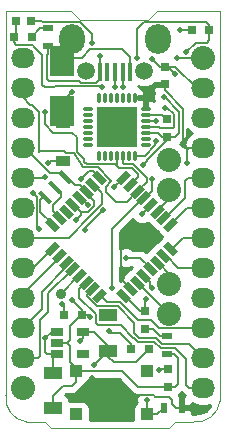
<source format=gtl>
G04 #@! TF.FileFunction,Copper,L1,Top,Signal*
%FSLAX46Y46*%
G04 Gerber Fmt 4.6, Leading zero omitted, Abs format (unit mm)*
G04 Created by KiCad (PCBNEW 4.0.1-stable) date 01-Oct-16 1:06:19 PM*
%MOMM*%
G01*
G04 APERTURE LIST*
%ADD10C,0.150000*%
%ADD11C,0.100000*%
%ADD12C,2.032000*%
%ADD13O,2.032000X2.032000*%
%ADD14R,1.220000X0.910000*%
%ADD15R,0.800000X0.800000*%
%ADD16O,0.850000X0.300000*%
%ADD17O,0.300000X0.850000*%
%ADD18R,1.675000X1.675000*%
%ADD19R,0.750000X0.800000*%
%ADD20R,0.800000X0.750000*%
%ADD21R,1.600000X1.000000*%
%ADD22R,0.797560X0.797560*%
%ADD23R,1.060000X0.650000*%
%ADD24R,0.500000X0.900000*%
%ADD25R,0.900000X0.500000*%
%ADD26R,1.000760X1.000760*%
%ADD27R,0.400000X1.600000*%
%ADD28C,1.500000*%
%ADD29O,2.200000X2.500000*%
%ADD30O,2.032000X1.727200*%
%ADD31R,2.029460X2.651760*%
%ADD32C,0.500000*%
%ADD33C,0.889000*%
%ADD34C,0.130000*%
%ADD35C,0.161000*%
%ADD36C,0.254000*%
G04 APERTURE END LIST*
D10*
D11*
X169748200Y-123545600D02*
X169748200Y-90500200D01*
X151648400Y-123076200D02*
G75*
G03X153398400Y-125326200I2000000J-250000D01*
G01*
X154923800Y-125326200D02*
X153423800Y-125326200D01*
X155423800Y-125826200D02*
X154923800Y-125326200D01*
X165449200Y-125826200D02*
X155449200Y-125826200D01*
X165974600Y-125326200D02*
X165474600Y-125826200D01*
X167474600Y-125326200D02*
X165974600Y-125326200D01*
X151650700Y-90487500D02*
X151650700Y-123075700D01*
X151648400Y-90500000D02*
X157148400Y-90500000D01*
X157173800Y-90500000D02*
X157923800Y-91250000D01*
X164449200Y-90500000D02*
X163699200Y-91250000D01*
X164439600Y-90500200D02*
X169748200Y-90500200D01*
X163699200Y-91250000D02*
X157949200Y-91250000D01*
X167500000Y-125326200D02*
G75*
G03X169750000Y-123576200I250000J2000000D01*
G01*
D12*
X165455600Y-116154200D03*
D13*
X165455600Y-113614200D03*
D14*
X156489400Y-99990400D03*
X156489400Y-103260400D03*
D12*
X165455600Y-105689400D03*
D13*
X165455600Y-103149400D03*
D15*
X153746200Y-91338400D03*
X152496200Y-91338400D03*
D10*
G36*
X158942499Y-104429165D02*
X159366763Y-104004901D01*
X160215291Y-104853429D01*
X159791027Y-105277693D01*
X158942499Y-104429165D01*
X158942499Y-104429165D01*
G37*
G36*
X158376814Y-104994851D02*
X158801078Y-104570587D01*
X159649606Y-105419115D01*
X159225342Y-105843379D01*
X158376814Y-104994851D01*
X158376814Y-104994851D01*
G37*
G36*
X157811128Y-105560536D02*
X158235392Y-105136272D01*
X159083920Y-105984800D01*
X158659656Y-106409064D01*
X157811128Y-105560536D01*
X157811128Y-105560536D01*
G37*
G36*
X157245443Y-106126221D02*
X157669707Y-105701957D01*
X158518235Y-106550485D01*
X158093971Y-106974749D01*
X157245443Y-106126221D01*
X157245443Y-106126221D01*
G37*
G36*
X156679757Y-106691907D02*
X157104021Y-106267643D01*
X157952549Y-107116171D01*
X157528285Y-107540435D01*
X156679757Y-106691907D01*
X156679757Y-106691907D01*
G37*
G36*
X156114072Y-107257592D02*
X156538336Y-106833328D01*
X157386864Y-107681856D01*
X156962600Y-108106120D01*
X156114072Y-107257592D01*
X156114072Y-107257592D01*
G37*
G36*
X155548387Y-107823278D02*
X155972651Y-107399014D01*
X156821179Y-108247542D01*
X156396915Y-108671806D01*
X155548387Y-107823278D01*
X155548387Y-107823278D01*
G37*
G36*
X154982701Y-108388963D02*
X155406965Y-107964699D01*
X156255493Y-108813227D01*
X155831229Y-109237491D01*
X154982701Y-108388963D01*
X154982701Y-108388963D01*
G37*
G36*
X155406965Y-111288101D02*
X154982701Y-110863837D01*
X155831229Y-110015309D01*
X156255493Y-110439573D01*
X155406965Y-111288101D01*
X155406965Y-111288101D01*
G37*
G36*
X155972651Y-111853786D02*
X155548387Y-111429522D01*
X156396915Y-110580994D01*
X156821179Y-111005258D01*
X155972651Y-111853786D01*
X155972651Y-111853786D01*
G37*
G36*
X156538336Y-112419472D02*
X156114072Y-111995208D01*
X156962600Y-111146680D01*
X157386864Y-111570944D01*
X156538336Y-112419472D01*
X156538336Y-112419472D01*
G37*
G36*
X157104021Y-112985157D02*
X156679757Y-112560893D01*
X157528285Y-111712365D01*
X157952549Y-112136629D01*
X157104021Y-112985157D01*
X157104021Y-112985157D01*
G37*
G36*
X157669707Y-113550843D02*
X157245443Y-113126579D01*
X158093971Y-112278051D01*
X158518235Y-112702315D01*
X157669707Y-113550843D01*
X157669707Y-113550843D01*
G37*
G36*
X158235392Y-114116528D02*
X157811128Y-113692264D01*
X158659656Y-112843736D01*
X159083920Y-113268000D01*
X158235392Y-114116528D01*
X158235392Y-114116528D01*
G37*
G36*
X158801078Y-114682213D02*
X158376814Y-114257949D01*
X159225342Y-113409421D01*
X159649606Y-113833685D01*
X158801078Y-114682213D01*
X158801078Y-114682213D01*
G37*
G36*
X159366763Y-115247899D02*
X158942499Y-114823635D01*
X159791027Y-113975107D01*
X160215291Y-114399371D01*
X159366763Y-115247899D01*
X159366763Y-115247899D01*
G37*
G36*
X160993109Y-114399371D02*
X161417373Y-113975107D01*
X162265901Y-114823635D01*
X161841637Y-115247899D01*
X160993109Y-114399371D01*
X160993109Y-114399371D01*
G37*
G36*
X161558794Y-113833685D02*
X161983058Y-113409421D01*
X162831586Y-114257949D01*
X162407322Y-114682213D01*
X161558794Y-113833685D01*
X161558794Y-113833685D01*
G37*
G36*
X162124480Y-113268000D02*
X162548744Y-112843736D01*
X163397272Y-113692264D01*
X162973008Y-114116528D01*
X162124480Y-113268000D01*
X162124480Y-113268000D01*
G37*
G36*
X162690165Y-112702315D02*
X163114429Y-112278051D01*
X163962957Y-113126579D01*
X163538693Y-113550843D01*
X162690165Y-112702315D01*
X162690165Y-112702315D01*
G37*
G36*
X163255851Y-112136629D02*
X163680115Y-111712365D01*
X164528643Y-112560893D01*
X164104379Y-112985157D01*
X163255851Y-112136629D01*
X163255851Y-112136629D01*
G37*
G36*
X163821536Y-111570944D02*
X164245800Y-111146680D01*
X165094328Y-111995208D01*
X164670064Y-112419472D01*
X163821536Y-111570944D01*
X163821536Y-111570944D01*
G37*
G36*
X164387221Y-111005258D02*
X164811485Y-110580994D01*
X165660013Y-111429522D01*
X165235749Y-111853786D01*
X164387221Y-111005258D01*
X164387221Y-111005258D01*
G37*
G36*
X164952907Y-110439573D02*
X165377171Y-110015309D01*
X166225699Y-110863837D01*
X165801435Y-111288101D01*
X164952907Y-110439573D01*
X164952907Y-110439573D01*
G37*
G36*
X165377171Y-109237491D02*
X164952907Y-108813227D01*
X165801435Y-107964699D01*
X166225699Y-108388963D01*
X165377171Y-109237491D01*
X165377171Y-109237491D01*
G37*
G36*
X164811485Y-108671806D02*
X164387221Y-108247542D01*
X165235749Y-107399014D01*
X165660013Y-107823278D01*
X164811485Y-108671806D01*
X164811485Y-108671806D01*
G37*
G36*
X164245800Y-108106120D02*
X163821536Y-107681856D01*
X164670064Y-106833328D01*
X165094328Y-107257592D01*
X164245800Y-108106120D01*
X164245800Y-108106120D01*
G37*
G36*
X163680115Y-107540435D02*
X163255851Y-107116171D01*
X164104379Y-106267643D01*
X164528643Y-106691907D01*
X163680115Y-107540435D01*
X163680115Y-107540435D01*
G37*
G36*
X163114429Y-106974749D02*
X162690165Y-106550485D01*
X163538693Y-105701957D01*
X163962957Y-106126221D01*
X163114429Y-106974749D01*
X163114429Y-106974749D01*
G37*
G36*
X162548744Y-106409064D02*
X162124480Y-105984800D01*
X162973008Y-105136272D01*
X163397272Y-105560536D01*
X162548744Y-106409064D01*
X162548744Y-106409064D01*
G37*
G36*
X161983058Y-105843379D02*
X161558794Y-105419115D01*
X162407322Y-104570587D01*
X162831586Y-104994851D01*
X161983058Y-105843379D01*
X161983058Y-105843379D01*
G37*
G36*
X161417373Y-105277693D02*
X160993109Y-104853429D01*
X161841637Y-104004901D01*
X162265901Y-104429165D01*
X161417373Y-105277693D01*
X161417373Y-105277693D01*
G37*
D16*
X163486000Y-101830000D03*
X163486000Y-101330000D03*
X163486000Y-100830000D03*
X163486000Y-100330000D03*
X163486000Y-99830000D03*
X163486000Y-99330000D03*
X163486000Y-98830000D03*
D17*
X162536000Y-97880000D03*
X162036000Y-97880000D03*
X161536000Y-97880000D03*
X161036000Y-97880000D03*
X160536000Y-97880000D03*
X160036000Y-97880000D03*
X159536000Y-97880000D03*
D16*
X158586000Y-98830000D03*
X158586000Y-99330000D03*
X158586000Y-99830000D03*
X158586000Y-100330000D03*
X158586000Y-100830000D03*
X158586000Y-101330000D03*
X158586000Y-101830000D03*
D17*
X159536000Y-102780000D03*
X160036000Y-102780000D03*
X160536000Y-102780000D03*
X161036000Y-102780000D03*
X161536000Y-102780000D03*
X162036000Y-102780000D03*
X162536000Y-102780000D03*
D18*
X160198500Y-99492500D03*
X160198500Y-101167500D03*
X161873500Y-99492500D03*
X161873500Y-101167500D03*
D19*
X165125400Y-96736600D03*
X165125400Y-95236600D03*
X165328600Y-120865200D03*
X165328600Y-122365200D03*
D20*
X162216400Y-119126000D03*
X163716400Y-119126000D03*
D19*
X165277800Y-99707000D03*
X165277800Y-101207000D03*
D20*
X168872600Y-92125800D03*
X167372600Y-92125800D03*
D21*
X155600400Y-121156600D03*
X155600400Y-124156600D03*
X160324800Y-119305200D03*
X160324800Y-116305200D03*
D20*
X156552200Y-116230400D03*
X158052200Y-116230400D03*
D22*
X163423600Y-115963700D03*
X163423600Y-117462300D03*
X152336500Y-92710000D03*
X153835100Y-92710000D03*
D23*
X155973600Y-117668000D03*
X155973600Y-118618000D03*
X155973600Y-119568000D03*
X158173600Y-119568000D03*
X158173600Y-117668000D03*
D24*
X166535800Y-124104400D03*
X165035800Y-124104400D03*
D25*
X165303200Y-119545800D03*
X165303200Y-118045800D03*
X155194000Y-91985400D03*
X155194000Y-93485400D03*
D26*
X157579060Y-120985280D03*
X163578540Y-124683520D03*
X157579060Y-124683520D03*
X163578540Y-120985280D03*
D27*
X162175000Y-95675000D03*
X161525000Y-95675000D03*
X160875000Y-95675000D03*
X160225000Y-95675000D03*
X159575000Y-95675000D03*
D28*
X163300000Y-95575000D03*
D29*
X164500000Y-92925000D03*
D28*
X158450000Y-95575000D03*
D29*
X157250000Y-92925000D03*
D10*
G36*
X155289365Y-106875664D02*
X154370126Y-105956425D01*
X154652969Y-105673582D01*
X155572208Y-106592821D01*
X155289365Y-106875664D01*
X155289365Y-106875664D01*
G37*
G36*
X156137893Y-106027136D02*
X155218654Y-105107897D01*
X155501497Y-104825054D01*
X156420736Y-105744293D01*
X156137893Y-106027136D01*
X156137893Y-106027136D01*
G37*
G36*
X156986421Y-105178608D02*
X156067182Y-104259369D01*
X156350025Y-103976526D01*
X157269264Y-104895765D01*
X156986421Y-105178608D01*
X156986421Y-105178608D01*
G37*
D12*
X153050000Y-122425000D03*
D30*
X153050000Y-119885000D03*
X153050000Y-117345000D03*
X153050000Y-114805000D03*
X153050000Y-112265000D03*
X153050000Y-109725000D03*
X153050000Y-107185000D03*
X153050000Y-104645000D03*
X153050000Y-102105000D03*
X153050000Y-99565000D03*
X153050000Y-97025000D03*
X153050000Y-94485000D03*
D12*
X168300000Y-94500000D03*
D30*
X168300000Y-97040000D03*
X168300000Y-99580000D03*
X168300000Y-102120000D03*
X168300000Y-104660000D03*
X168300000Y-107200000D03*
X168300000Y-109740000D03*
X168300000Y-112280000D03*
X168300000Y-114820000D03*
X168300000Y-117360000D03*
X168300000Y-119900000D03*
X168300000Y-122440000D03*
D31*
X156413200Y-94790260D03*
X156413200Y-98960940D03*
D32*
X157911800Y-118491000D03*
X156540200Y-116306600D03*
X162661600Y-110109000D03*
X158572200Y-106984800D03*
X166979600Y-103428800D03*
X163347400Y-97917000D03*
X159791400Y-96977200D03*
X158953200Y-121615200D03*
X159131000Y-120523000D03*
X156387800Y-115366800D03*
X158800800Y-116408200D03*
X160324800Y-116255800D03*
X160350200Y-117576600D03*
X159588200Y-94335600D03*
X164033200Y-94564200D03*
X161823400Y-111429800D03*
X164998400Y-97840800D03*
X165989000Y-95859600D03*
X157200600Y-115011200D03*
X157556200Y-108254800D03*
X163245800Y-103530400D03*
X159867600Y-107391200D03*
X158343600Y-109067600D03*
X164566600Y-120878600D03*
X164007800Y-113944400D03*
X164007800Y-104775000D03*
X166928800Y-94030800D03*
X160604200Y-113969800D03*
X163576000Y-123469400D03*
X162763200Y-94513400D03*
X164363400Y-101498400D03*
X166420800Y-92125800D03*
X155244800Y-103428800D03*
X153898600Y-105892600D03*
X154406600Y-108991400D03*
X154990800Y-118211600D03*
X166116000Y-94538800D03*
X163474400Y-114935000D03*
X154940000Y-99085400D03*
X154965400Y-104546400D03*
X160832800Y-105435400D03*
X157988000Y-104724200D03*
D33*
X156286200Y-114460020D03*
D32*
X163144200Y-107696000D03*
X165150800Y-98729800D03*
X160858200Y-96977200D03*
X164388800Y-99847400D03*
X161518600Y-96977200D03*
X158902400Y-93218000D03*
X157276800Y-97409000D03*
D34*
X163107200Y-97880000D02*
X163486000Y-98258800D01*
X163486000Y-98258800D02*
X163486000Y-98830000D01*
X162536000Y-97880000D02*
X163107200Y-97880000D01*
X164273800Y-96736600D02*
X163130400Y-97880000D01*
X163130400Y-97880000D02*
X163107200Y-97880000D01*
X165125400Y-96736600D02*
X164273800Y-96736600D01*
X152496200Y-92550300D02*
X152336500Y-92710000D01*
X152496200Y-91338400D02*
X152496200Y-92550300D01*
X159095400Y-117668000D02*
X160324800Y-118897400D01*
X160324800Y-118897400D02*
X160324800Y-119305200D01*
X158173600Y-117668000D02*
X159095400Y-117668000D01*
X163716400Y-119163400D02*
X163716400Y-119126000D01*
X160756600Y-120218200D02*
X162661600Y-120218200D01*
X162661600Y-120218200D02*
X163716400Y-119163400D01*
X160324800Y-119786400D02*
X160756600Y-120218200D01*
X160324800Y-119305200D02*
X160324800Y-119786400D01*
X156552200Y-116294600D02*
X156552200Y-116230400D01*
X158173600Y-118203800D02*
X157911800Y-118465600D01*
X157911800Y-118465600D02*
X157911800Y-118491000D01*
X156540200Y-116306600D02*
X156552200Y-116294600D01*
X158173600Y-117668000D02*
X158173600Y-118203800D01*
X166813800Y-102120000D02*
X166674800Y-101981000D01*
X166674800Y-101981000D02*
X166674800Y-98780600D01*
X166674800Y-98780600D02*
X165125400Y-97231200D01*
X165125400Y-97231200D02*
X165125400Y-96736600D01*
X168300000Y-102120000D02*
X166813800Y-102120000D01*
X161366200Y-113207800D02*
X161366200Y-110566200D01*
X161366200Y-110566200D02*
X161823400Y-110109000D01*
X161823400Y-110109000D02*
X162661600Y-110109000D01*
X162195190Y-114036790D02*
X161366200Y-113207800D01*
X162195190Y-114045817D02*
X162195190Y-114036790D01*
X157925753Y-106338353D02*
X157881839Y-106338353D01*
X158572200Y-106984800D02*
X157925753Y-106338353D01*
X167120000Y-102120000D02*
X166979600Y-102260400D01*
X166979600Y-102260400D02*
X166979600Y-103428800D01*
X168300000Y-102120000D02*
X167120000Y-102120000D01*
D35*
X163486000Y-98055600D02*
X163347400Y-97917000D01*
X159791400Y-96977200D02*
X159715200Y-96901000D01*
X159715200Y-96901000D02*
X155778200Y-96901000D01*
X155778200Y-96901000D02*
X155727400Y-96951800D01*
X155727400Y-96951800D02*
X154914600Y-96951800D01*
X154914600Y-96951800D02*
X154711400Y-96748600D01*
X154711400Y-96748600D02*
X154711400Y-94284800D01*
X154711400Y-94284800D02*
X154000200Y-93573600D01*
X154000200Y-93573600D02*
X154000200Y-93522800D01*
X154000200Y-93522800D02*
X153847800Y-93370400D01*
X153847800Y-93370400D02*
X152527000Y-93370400D01*
X152527000Y-93370400D02*
X152336500Y-93179900D01*
X152336500Y-93179900D02*
X152336500Y-92710000D01*
X163486000Y-98830000D02*
X163486000Y-98055600D01*
D34*
X160324800Y-119329200D02*
X160324800Y-119305200D01*
X166065200Y-124104400D02*
X165735000Y-123774200D01*
X165735000Y-123774200D02*
X165735000Y-123444000D01*
X165735000Y-123444000D02*
X165455600Y-123164600D01*
X165455600Y-123164600D02*
X164287200Y-123164600D01*
X164287200Y-123164600D02*
X164160200Y-123037600D01*
X164160200Y-123037600D02*
X160020000Y-123037600D01*
X160020000Y-123037600D02*
X158953200Y-121970800D01*
X158953200Y-121970800D02*
X158953200Y-121615200D01*
X159131000Y-120523000D02*
X160324800Y-119329200D01*
X166535800Y-124104400D02*
X166065200Y-124104400D01*
X156552200Y-115531200D02*
X156387800Y-115366800D01*
X156552200Y-116230400D02*
X156552200Y-115531200D01*
D35*
X158447524Y-105920324D02*
X158447524Y-105772668D01*
X157316153Y-106904039D02*
X157373839Y-106904039D01*
X157316153Y-106904039D02*
X157316153Y-106897153D01*
D34*
X165125400Y-95236600D02*
X164832600Y-95236600D01*
X166001000Y-95236600D02*
X165125400Y-95236600D01*
X167804400Y-97040000D02*
X166001000Y-95236600D01*
X168300000Y-97040000D02*
X167804400Y-97040000D01*
X157957856Y-105283000D02*
X158447524Y-105772668D01*
X157454600Y-105283000D02*
X157957856Y-105283000D01*
X156749167Y-104577567D02*
X157454600Y-105283000D01*
X156668223Y-104577567D02*
X156749167Y-104577567D01*
D35*
X158013400Y-107543600D02*
X158623000Y-107543600D01*
X158623000Y-107543600D02*
X159131000Y-107035600D01*
X159131000Y-107035600D02*
X159131000Y-106603800D01*
X159131000Y-106603800D02*
X158447524Y-105920324D01*
X157373839Y-106904039D02*
X158013400Y-107543600D01*
D34*
X156845000Y-118618000D02*
X155973600Y-118618000D01*
X157099000Y-118872000D02*
X156845000Y-118618000D01*
X157099000Y-120243600D02*
X157099000Y-118872000D01*
X157579060Y-120723660D02*
X157099000Y-120243600D01*
X157579060Y-120985280D02*
X157579060Y-120723660D01*
X155600400Y-123113800D02*
X156438600Y-122275600D01*
X156438600Y-122275600D02*
X157200600Y-122275600D01*
X157200600Y-122275600D02*
X157579060Y-121897140D01*
X157579060Y-121897140D02*
X157579060Y-120985280D01*
X155600400Y-124156600D02*
X155600400Y-123113800D01*
X157099000Y-118364000D02*
X156845000Y-118618000D01*
X157099000Y-117170200D02*
X157099000Y-118364000D01*
X158038800Y-116230400D02*
X157099000Y-117170200D01*
X158052200Y-116230400D02*
X158038800Y-116230400D01*
X158623000Y-116230400D02*
X158800800Y-116408200D01*
X160324800Y-116255800D02*
X160324800Y-116305200D01*
X158052200Y-116230400D02*
X158623000Y-116230400D01*
X156306856Y-104216200D02*
X156668223Y-104577567D01*
X155346400Y-104216200D02*
X156306856Y-104216200D01*
X153235200Y-102105000D02*
X155346400Y-104216200D01*
X153050000Y-102105000D02*
X153235200Y-102105000D01*
X162216400Y-118690960D02*
X161305240Y-117779800D01*
X161305240Y-117779800D02*
X160553400Y-117779800D01*
X160553400Y-117779800D02*
X160350200Y-117576600D01*
X162216400Y-119126000D02*
X162216400Y-118690960D01*
X164884800Y-101207000D02*
X164507800Y-100830000D01*
X164507800Y-100830000D02*
X163486000Y-100830000D01*
X165277800Y-101207000D02*
X164884800Y-101207000D01*
X159575000Y-94348800D02*
X159588200Y-94335600D01*
X164033200Y-94564200D02*
X164705600Y-95236600D01*
X164705600Y-95236600D02*
X165125400Y-95236600D01*
X159575000Y-95675000D02*
X159575000Y-94348800D01*
X162852800Y-122365200D02*
X161472880Y-120985280D01*
X161472880Y-120985280D02*
X157579060Y-120985280D01*
X165328600Y-122365200D02*
X162852800Y-122365200D01*
X163017200Y-111429800D02*
X161823400Y-111429800D01*
X163892247Y-112304847D02*
X163017200Y-111429800D01*
X163892247Y-112348761D02*
X163892247Y-112304847D01*
X165366000Y-95236600D02*
X165125400Y-95236600D01*
X165950200Y-101207000D02*
X166293800Y-100863400D01*
X166293800Y-100863400D02*
X166293800Y-99034600D01*
X166293800Y-99034600D02*
X165100000Y-97840800D01*
X165100000Y-97840800D02*
X164998400Y-97840800D01*
X165989000Y-95859600D02*
X165366000Y-95236600D01*
X165277800Y-101207000D02*
X165950200Y-101207000D01*
X157556200Y-108254800D02*
X158013400Y-107797600D01*
X158013400Y-107797600D02*
X158013400Y-107543600D01*
X158052200Y-115862800D02*
X157200600Y-115011200D01*
X158052200Y-116230400D02*
X158052200Y-115862800D01*
X163576000Y-103149400D02*
X163576000Y-103200200D01*
X163576000Y-103200200D02*
X163245800Y-103530400D01*
X159867600Y-107391200D02*
X158343600Y-108915200D01*
X158343600Y-108915200D02*
X158343600Y-109067600D01*
X165277800Y-101447600D02*
X163576000Y-103149400D01*
X165277800Y-101207000D02*
X165277800Y-101447600D01*
D35*
X159575000Y-96279200D02*
X159575000Y-95675000D01*
X155194000Y-94132400D02*
X155092400Y-94234000D01*
X155092400Y-94234000D02*
X155092400Y-96240600D01*
X155092400Y-96240600D02*
X155295600Y-96443800D01*
X155295600Y-96443800D02*
X157835600Y-96443800D01*
X157835600Y-96443800D02*
X157988000Y-96596200D01*
X157988000Y-96596200D02*
X159258000Y-96596200D01*
X159258000Y-96596200D02*
X159575000Y-96279200D01*
X155194000Y-93485400D02*
X155194000Y-94132400D01*
D34*
X165086600Y-119545800D02*
X165303200Y-119545800D01*
X165975600Y-122365200D02*
X166217600Y-122123200D01*
X166217600Y-122123200D02*
X166217600Y-119913400D01*
X166217600Y-119913400D02*
X165850000Y-119545800D01*
X165850000Y-119545800D02*
X165303200Y-119545800D01*
X165328600Y-122365200D02*
X165975600Y-122365200D01*
X164580000Y-120865200D02*
X164566600Y-120878600D01*
X164007800Y-113944400D02*
X163855400Y-113792000D01*
X163855400Y-113792000D02*
X163855400Y-113443286D01*
X163855400Y-113443286D02*
X163326561Y-112914447D01*
X165328600Y-120865200D02*
X164580000Y-120865200D01*
X164900800Y-99330000D02*
X165277800Y-99707000D01*
X163486000Y-99330000D02*
X164900800Y-99330000D01*
X163982400Y-104775000D02*
X164007800Y-104775000D01*
X163982400Y-105740200D02*
X163982400Y-104775000D01*
X163384247Y-106338353D02*
X163982400Y-105740200D01*
X163326561Y-106338353D02*
X163384247Y-106338353D01*
X164456680Y-124683520D02*
X165035800Y-124104400D01*
X163578540Y-124683520D02*
X164456680Y-124683520D01*
X167767000Y-93192600D02*
X166928800Y-94030800D01*
X168630600Y-93192600D02*
X167767000Y-93192600D01*
X168872600Y-92950600D02*
X168630600Y-93192600D01*
X168872600Y-92125800D02*
X168872600Y-92950600D01*
X160604200Y-108966000D02*
X160604200Y-113969800D01*
X163576000Y-123469400D02*
X163578540Y-123471940D01*
X163578540Y-123471940D02*
X163578540Y-124683520D01*
X163231847Y-106338353D02*
X160604200Y-108966000D01*
X163326561Y-106338353D02*
X163231847Y-106338353D01*
X162763200Y-94513400D02*
X162712400Y-94462600D01*
X162712400Y-94462600D02*
X162712400Y-92024200D01*
X162712400Y-92024200D02*
X163322000Y-91414600D01*
X163322000Y-91414600D02*
X166217600Y-91414600D01*
X166217600Y-91414600D02*
X166878000Y-91414600D01*
X166878000Y-91414600D02*
X168605200Y-91414600D01*
X168605200Y-91414600D02*
X168872600Y-91682000D01*
X168872600Y-91682000D02*
X168872600Y-92125800D01*
X163386600Y-102780000D02*
X164287200Y-101879400D01*
X164287200Y-101879400D02*
X164287200Y-101574600D01*
X164287200Y-101574600D02*
X164363400Y-101498400D01*
X166420800Y-92125800D02*
X167372600Y-92125800D01*
X162536000Y-102780000D02*
X163386600Y-102780000D01*
X155534400Y-117668000D02*
X155973600Y-117668000D01*
X155413200Y-103260400D02*
X155244800Y-103428800D01*
X153898600Y-105892600D02*
X154303598Y-106297598D01*
X154303598Y-106297598D02*
X154303598Y-108888398D01*
X154303598Y-108888398D02*
X154406600Y-108991400D01*
X154990800Y-118211600D02*
X155534400Y-117668000D01*
X156489400Y-103260400D02*
X155413200Y-103260400D01*
X155153400Y-119568000D02*
X154990800Y-119405400D01*
X154990800Y-119405400D02*
X154990800Y-118211600D01*
X155973600Y-119568000D02*
X155153400Y-119568000D01*
X155600400Y-119941200D02*
X155973600Y-119568000D01*
X155600400Y-121156600D02*
X155600400Y-119941200D01*
X166154800Y-94500000D02*
X166116000Y-94538800D01*
X168300000Y-94500000D02*
X166154800Y-94500000D01*
X161629505Y-114611503D02*
X161629505Y-114614105D01*
D35*
X162981702Y-115963700D02*
X161629505Y-114611503D01*
X163423600Y-115963700D02*
X162981702Y-115963700D01*
X163423600Y-114985800D02*
X163474400Y-114935000D01*
X163423600Y-115963700D02*
X163423600Y-114985800D01*
D34*
X154559700Y-91985400D02*
X153835100Y-92710000D01*
X155194000Y-91985400D02*
X154559700Y-91985400D01*
X161536000Y-103395400D02*
X161645600Y-103505000D01*
X161645600Y-103505000D02*
X162407600Y-103505000D01*
X162407600Y-103505000D02*
X163550600Y-104648000D01*
X163550600Y-104648000D02*
X163550600Y-104982944D01*
X163550600Y-104982944D02*
X162760876Y-105772668D01*
X161536000Y-102780000D02*
X161536000Y-103395400D01*
X161853544Y-106680000D02*
X162760876Y-105772668D01*
X160985200Y-106680000D02*
X161853544Y-106680000D01*
X160147000Y-105841800D02*
X160985200Y-106680000D01*
X160147000Y-105384600D02*
X160147000Y-105841800D01*
X160528000Y-104952800D02*
X160147000Y-105384600D01*
X160483008Y-104794628D02*
X160528000Y-104952800D01*
X159420588Y-103730989D02*
X160483008Y-104794628D01*
X158175569Y-103735554D02*
X159420588Y-103730989D01*
X157378400Y-102539800D02*
X158175569Y-103735554D01*
X156718000Y-102539800D02*
X157378400Y-102539800D01*
X156578300Y-102400100D02*
X156718000Y-102539800D01*
X156565600Y-102387400D02*
X156578300Y-102400100D01*
X153050000Y-97025000D02*
X153050000Y-97779600D01*
X156502100Y-102400100D02*
X156489400Y-102412800D01*
X153720800Y-98450400D02*
X153050000Y-97779600D01*
X153720800Y-98450400D02*
X153847800Y-98450400D01*
X153847800Y-98450400D02*
X154432000Y-99034600D01*
X154432000Y-99034600D02*
X154432000Y-102463600D01*
X154432000Y-102463600D02*
X154482800Y-102412800D01*
X154482800Y-102412800D02*
X156489400Y-102412800D01*
X156578300Y-102400100D02*
X156502100Y-102400100D01*
X161036000Y-103606600D02*
X161213800Y-103784400D01*
X161213800Y-103784400D02*
X162306000Y-103784400D01*
X162306000Y-103784400D02*
X162814000Y-104292400D01*
X162814000Y-104292400D02*
X162814000Y-104588173D01*
X162814000Y-104588173D02*
X162195190Y-105206983D01*
X161036000Y-102780000D02*
X161036000Y-103606600D01*
X154940000Y-99085400D02*
X154940000Y-100101400D01*
X154940000Y-100101400D02*
X155651200Y-100812600D01*
X155651200Y-100812600D02*
X157276800Y-100812600D01*
X157276800Y-100812600D02*
X157632400Y-101168200D01*
X157632400Y-101168200D02*
X157632400Y-102438200D01*
X157632400Y-102438200D02*
X158267400Y-103073200D01*
X158267400Y-103073200D02*
X158267400Y-103275778D01*
X158267400Y-103275778D02*
X158471222Y-103479600D01*
X158471222Y-103479600D02*
X160909000Y-103479600D01*
X160909000Y-103479600D02*
X161036000Y-103606600D01*
X161629505Y-104641297D02*
X161550703Y-104641297D01*
X161629505Y-104641297D02*
X161562697Y-104641297D01*
D35*
X161626903Y-104641297D02*
X161629505Y-104641297D01*
X154866800Y-104645000D02*
X154965400Y-104546400D01*
X160832800Y-105435400D02*
X161626903Y-104641297D01*
X153050000Y-104645000D02*
X154866800Y-104645000D01*
D34*
X158648400Y-104063800D02*
X157988000Y-104724200D01*
X159029400Y-104063800D02*
X158648400Y-104063800D01*
X159578895Y-104613295D02*
X159029400Y-104063800D01*
X159578895Y-104641297D02*
X159578895Y-104613295D01*
X153148600Y-109626400D02*
X153050000Y-109725000D01*
X159766000Y-105968800D02*
X159766000Y-106883200D01*
X159766000Y-106883200D02*
X158750000Y-107899200D01*
X158750000Y-107899200D02*
X158775400Y-107899200D01*
X158775400Y-107899200D02*
X156949600Y-109725000D01*
X156949600Y-109725000D02*
X153050000Y-109725000D01*
X159013210Y-105216010D02*
X159766000Y-105968800D01*
X159013210Y-105206983D02*
X159013210Y-105216010D01*
D35*
X155619097Y-108601095D02*
X155616495Y-108601095D01*
D34*
X154533600Y-107515598D02*
X155619097Y-108601095D01*
X154533600Y-106527600D02*
X154533600Y-107515598D01*
X154786577Y-106274623D02*
X154533600Y-106527600D01*
X154971167Y-106274623D02*
X154786577Y-106274623D01*
D35*
X153952400Y-112265000D02*
X153050000Y-112265000D01*
X155565695Y-110651705D02*
X153952400Y-112265000D01*
X155619097Y-110651705D02*
X155565695Y-110651705D01*
D34*
X156184783Y-111217390D02*
X156184783Y-111317857D01*
X156184783Y-111317857D02*
X153050000Y-114452640D01*
X153050000Y-114452640D02*
X153050000Y-114805000D01*
D35*
X156184783Y-111217390D02*
X156117610Y-111217390D01*
D34*
X156750468Y-111783076D02*
X156750468Y-112199972D01*
X156750468Y-112199972D02*
X154660600Y-114289840D01*
X154660600Y-115734400D02*
X153050000Y-117345000D01*
X154660600Y-114289840D02*
X154660600Y-115734400D01*
D35*
X153072400Y-117322600D02*
X153050000Y-117345000D01*
X156750468Y-111783076D02*
X156720324Y-111783076D01*
D34*
X157316153Y-112348761D02*
X157297639Y-112348761D01*
X157297639Y-112348761D02*
X155209240Y-114437160D01*
X154381660Y-119885000D02*
X153050000Y-119885000D01*
X154513280Y-119753380D02*
X154381660Y-119885000D01*
X154513280Y-116664740D02*
X154513280Y-119753380D01*
X155209240Y-115968780D02*
X154513280Y-116664740D01*
X155209240Y-114437160D02*
X155209240Y-115968780D01*
D35*
X157316153Y-112348761D02*
X157196039Y-112348761D01*
D34*
X157316153Y-112348761D02*
X157272239Y-112348761D01*
X157881839Y-112914447D02*
X157831773Y-112914447D01*
X157831773Y-112914447D02*
X156286200Y-114460020D01*
X157881839Y-112914447D02*
X157773353Y-112914447D01*
X157881839Y-112914447D02*
X157881839Y-113136161D01*
X162433000Y-118186200D02*
X162499040Y-118252240D01*
X161391600Y-117144800D02*
X162433000Y-118186200D01*
X159461200Y-117144800D02*
X161391600Y-117144800D01*
X159232600Y-116916200D02*
X159461200Y-117144800D01*
X159232600Y-116205000D02*
X159232600Y-116916200D01*
X157835600Y-114808000D02*
X159232600Y-116205000D01*
X157835600Y-114096800D02*
X157835600Y-114808000D01*
X158447524Y-113484876D02*
X157835600Y-114096800D01*
X162791140Y-118541800D02*
X162826700Y-118541800D01*
X162501580Y-118252240D02*
X162791140Y-118541800D01*
X162499040Y-118252240D02*
X162501580Y-118252240D01*
X167169400Y-122440000D02*
X168300000Y-122440000D01*
X162826700Y-118541800D02*
X164218620Y-118541800D01*
X164218620Y-118541800D02*
X164753422Y-119076602D01*
X164753422Y-119076602D02*
X165990402Y-119076602D01*
X165990402Y-119076602D02*
X166903400Y-119989600D01*
X166903400Y-119989600D02*
X166903400Y-122174000D01*
X166903400Y-122174000D02*
X167169400Y-122440000D01*
X158447524Y-113480132D02*
X158447524Y-113484876D01*
X162514280Y-116900960D02*
X162514280Y-117551200D01*
X162514280Y-117551200D02*
X162514280Y-117782340D01*
X167150080Y-118750080D02*
X168300000Y-119900000D01*
X164888578Y-118750080D02*
X167150080Y-118750080D01*
X164332318Y-118193820D02*
X164888578Y-118750080D01*
X162925760Y-118193820D02*
X164332318Y-118193820D01*
X162514280Y-117782340D02*
X162925760Y-118193820D01*
X159013210Y-114045817D02*
X158986403Y-114045817D01*
X158986403Y-114045817D02*
X158470600Y-114561620D01*
X161140140Y-115526820D02*
X162514280Y-116900960D01*
X159339280Y-115526820D02*
X161140140Y-115526820D01*
X158470600Y-114658140D02*
X159339280Y-115526820D01*
X158470600Y-114561620D02*
X158470600Y-114658140D01*
X159013210Y-114045817D02*
X159013210Y-114062190D01*
X168261200Y-117398800D02*
X168300000Y-117360000D01*
X164592000Y-117398800D02*
X168261200Y-117398800D01*
X163906200Y-116713000D02*
X164592000Y-117398800D01*
X162814000Y-116713000D02*
X163906200Y-116713000D01*
X161290000Y-115189000D02*
X162814000Y-116713000D01*
X160179190Y-115189000D02*
X161290000Y-115189000D01*
X159578895Y-114588705D02*
X160179190Y-115189000D01*
X159578895Y-114611503D02*
X159578895Y-114588705D01*
X166255000Y-112280000D02*
X168300000Y-112280000D01*
X165192390Y-111217390D02*
X166255000Y-112280000D01*
X165023617Y-111217390D02*
X165192390Y-111217390D01*
X166637400Y-109740000D02*
X168300000Y-109740000D01*
X165725695Y-110651705D02*
X166637400Y-109740000D01*
X165589303Y-110651705D02*
X165725695Y-110651705D01*
X166967600Y-107200000D02*
X168300000Y-107200000D01*
X165589303Y-108578297D02*
X166967600Y-107200000D01*
X165589303Y-108601095D02*
X165589303Y-108578297D01*
X167043800Y-104660000D02*
X168300000Y-104660000D01*
X166776400Y-104927400D02*
X167043800Y-104660000D01*
X166776400Y-106375200D02*
X166776400Y-104927400D01*
X165116190Y-108035410D02*
X166776400Y-106375200D01*
X165023617Y-108035410D02*
X165116190Y-108035410D01*
X165455600Y-106472056D02*
X164457932Y-107469724D01*
X165455600Y-105689400D02*
X165455600Y-106472056D01*
X163892247Y-106947953D02*
X163144200Y-107696000D01*
X163892247Y-106904039D02*
X163892247Y-106947953D01*
X164592000Y-100330000D02*
X164719000Y-100457000D01*
X164719000Y-100457000D02*
X165760400Y-100457000D01*
X165760400Y-100457000D02*
X165887400Y-100330000D01*
X165887400Y-100330000D02*
X165887400Y-99263200D01*
X165887400Y-99263200D02*
X165303200Y-98729800D01*
X165303200Y-98729800D02*
X165150800Y-98729800D01*
X160858200Y-96977200D02*
X160875000Y-96960400D01*
X160875000Y-96960400D02*
X160875000Y-95675000D01*
X163486000Y-100330000D02*
X164592000Y-100330000D01*
X164371400Y-99830000D02*
X164388800Y-99847400D01*
X161518600Y-96977200D02*
X161525000Y-96970800D01*
X161525000Y-96970800D02*
X161525000Y-95675000D01*
X163486000Y-99830000D02*
X164371400Y-99830000D01*
X157215840Y-94488000D02*
X156413200Y-95290640D01*
X162175000Y-94458600D02*
X161493200Y-93776800D01*
X161493200Y-93776800D02*
X159080200Y-93776800D01*
X159080200Y-93776800D02*
X158800800Y-93776800D01*
X158800800Y-93776800D02*
X158089600Y-94488000D01*
X158089600Y-94488000D02*
X157215840Y-94488000D01*
X162175000Y-95675000D02*
X162175000Y-94458600D01*
X156413200Y-98272600D02*
X156413200Y-98460560D01*
X154635200Y-91338400D02*
X154762200Y-91465400D01*
X154762200Y-91465400D02*
X157886400Y-91465400D01*
X157886400Y-91465400D02*
X158902400Y-92481400D01*
X158902400Y-92481400D02*
X158902400Y-93218000D01*
X157276800Y-97409000D02*
X156413200Y-98272600D01*
X153746200Y-91338400D02*
X154635200Y-91338400D01*
X156413200Y-99914200D02*
X156489400Y-99990400D01*
X156413200Y-98460560D02*
X156413200Y-99914200D01*
X155651200Y-107467400D02*
X155651200Y-106959400D01*
X155651200Y-106959400D02*
X156337000Y-106273600D01*
X156337000Y-106273600D02*
X156337000Y-105943400D01*
X156337000Y-105943400D02*
X155819695Y-105426095D01*
X156184783Y-108000983D02*
X155651200Y-107467400D01*
X156184783Y-108035410D02*
X156184783Y-108000983D01*
X162781532Y-113480132D02*
X165455600Y-116154200D01*
X162760876Y-113480132D02*
X162781532Y-113480132D01*
X165455600Y-112750600D02*
X165455600Y-113614200D01*
X164488076Y-111783076D02*
X165455600Y-112750600D01*
X164457932Y-111783076D02*
X164488076Y-111783076D01*
D35*
X164111940Y-117462300D02*
X164695440Y-118045800D01*
X164695440Y-118045800D02*
X165303200Y-118045800D01*
X163423600Y-117462300D02*
X164111940Y-117462300D01*
D36*
G36*
X162357823Y-122860172D02*
X162357825Y-122860175D01*
X162469771Y-122934975D01*
X162584921Y-123011916D01*
X162790703Y-123052849D01*
X162691154Y-123292590D01*
X162690847Y-123644665D01*
X162701657Y-123670828D01*
X162626719Y-123719050D01*
X162481729Y-123931250D01*
X162430720Y-124183140D01*
X162430720Y-125141200D01*
X158726880Y-125141200D01*
X158726880Y-124183140D01*
X158682602Y-123947823D01*
X158543530Y-123731699D01*
X158331330Y-123586709D01*
X158079440Y-123535700D01*
X157078680Y-123535700D01*
X157026924Y-123545439D01*
X157003562Y-123421283D01*
X156864490Y-123205159D01*
X156652290Y-123060169D01*
X156645380Y-123058770D01*
X156728550Y-122975600D01*
X157200600Y-122975600D01*
X157468479Y-122922316D01*
X157695575Y-122770575D01*
X158074035Y-122392115D01*
X158132885Y-122304040D01*
X158225776Y-122165018D01*
X158238062Y-122103253D01*
X158314757Y-122088822D01*
X158530881Y-121949750D01*
X158675871Y-121737550D01*
X158686456Y-121685280D01*
X161182930Y-121685280D01*
X162357823Y-122860172D01*
X162357823Y-122860172D01*
G37*
X162357823Y-122860172D02*
X162357825Y-122860175D01*
X162469771Y-122934975D01*
X162584921Y-123011916D01*
X162790703Y-123052849D01*
X162691154Y-123292590D01*
X162690847Y-123644665D01*
X162701657Y-123670828D01*
X162626719Y-123719050D01*
X162481729Y-123931250D01*
X162430720Y-124183140D01*
X162430720Y-125141200D01*
X158726880Y-125141200D01*
X158726880Y-124183140D01*
X158682602Y-123947823D01*
X158543530Y-123731699D01*
X158331330Y-123586709D01*
X158079440Y-123535700D01*
X157078680Y-123535700D01*
X157026924Y-123545439D01*
X157003562Y-123421283D01*
X156864490Y-123205159D01*
X156652290Y-123060169D01*
X156645380Y-123058770D01*
X156728550Y-122975600D01*
X157200600Y-122975600D01*
X157468479Y-122922316D01*
X157695575Y-122770575D01*
X158074035Y-122392115D01*
X158132885Y-122304040D01*
X158225776Y-122165018D01*
X158238062Y-122103253D01*
X158314757Y-122088822D01*
X158530881Y-121949750D01*
X158675871Y-121737550D01*
X158686456Y-121685280D01*
X161182930Y-121685280D01*
X162357823Y-122860172D01*
G36*
X166674425Y-122934975D02*
X166721348Y-122966328D01*
X166730729Y-123013489D01*
X166768673Y-123070277D01*
X166660800Y-123178150D01*
X166660800Y-123977400D01*
X167262050Y-123977400D01*
X167420800Y-123818650D01*
X167420800Y-123743699D01*
X167541766Y-123824526D01*
X168115255Y-123938600D01*
X168484745Y-123938600D01*
X168937750Y-123848492D01*
X168894967Y-123977292D01*
X168558649Y-124365890D01*
X168099222Y-124596205D01*
X167474793Y-124641238D01*
X167474600Y-124641200D01*
X167420800Y-124641200D01*
X167420800Y-124390150D01*
X167262050Y-124231400D01*
X166660800Y-124231400D01*
X166660800Y-124251400D01*
X166410800Y-124251400D01*
X166410800Y-124231400D01*
X166388800Y-124231400D01*
X166388800Y-123977400D01*
X166410800Y-123977400D01*
X166410800Y-123178150D01*
X166279617Y-123046967D01*
X166300031Y-123017090D01*
X166310092Y-122967406D01*
X166470575Y-122860175D01*
X166535100Y-122795650D01*
X166674425Y-122934975D01*
X166674425Y-122934975D01*
G37*
X166674425Y-122934975D02*
X166721348Y-122966328D01*
X166730729Y-123013489D01*
X166768673Y-123070277D01*
X166660800Y-123178150D01*
X166660800Y-123977400D01*
X167262050Y-123977400D01*
X167420800Y-123818650D01*
X167420800Y-123743699D01*
X167541766Y-123824526D01*
X168115255Y-123938600D01*
X168484745Y-123938600D01*
X168937750Y-123848492D01*
X168894967Y-123977292D01*
X168558649Y-124365890D01*
X168099222Y-124596205D01*
X167474793Y-124641238D01*
X167474600Y-124641200D01*
X167420800Y-124641200D01*
X167420800Y-124390150D01*
X167262050Y-124231400D01*
X166660800Y-124231400D01*
X166660800Y-124251400D01*
X166410800Y-124251400D01*
X166410800Y-124231400D01*
X166388800Y-124231400D01*
X166388800Y-123977400D01*
X166410800Y-123977400D01*
X166410800Y-123178150D01*
X166279617Y-123046967D01*
X166300031Y-123017090D01*
X166310092Y-122967406D01*
X166470575Y-122860175D01*
X166535100Y-122795650D01*
X166674425Y-122934975D01*
G36*
X160451800Y-119178200D02*
X160471800Y-119178200D01*
X160471800Y-119432200D01*
X160451800Y-119432200D01*
X160451800Y-119452200D01*
X160197800Y-119452200D01*
X160197800Y-119432200D01*
X160177800Y-119432200D01*
X160177800Y-119178200D01*
X160197800Y-119178200D01*
X160197800Y-119158200D01*
X160451800Y-119158200D01*
X160451800Y-119178200D01*
X160451800Y-119178200D01*
G37*
X160451800Y-119178200D02*
X160471800Y-119178200D01*
X160471800Y-119432200D01*
X160451800Y-119432200D01*
X160451800Y-119452200D01*
X160197800Y-119452200D01*
X160197800Y-119432200D01*
X160177800Y-119432200D01*
X160177800Y-119178200D01*
X160197800Y-119178200D01*
X160197800Y-119158200D01*
X160451800Y-119158200D01*
X160451800Y-119178200D01*
G36*
X158300600Y-117541000D02*
X158320600Y-117541000D01*
X158320600Y-117795000D01*
X158300600Y-117795000D01*
X158300600Y-117815000D01*
X158046600Y-117815000D01*
X158046600Y-117795000D01*
X158026600Y-117795000D01*
X158026600Y-117541000D01*
X158046600Y-117541000D01*
X158046600Y-117521000D01*
X158300600Y-117521000D01*
X158300600Y-117541000D01*
X158300600Y-117541000D01*
G37*
X158300600Y-117541000D02*
X158320600Y-117541000D01*
X158320600Y-117795000D01*
X158300600Y-117795000D01*
X158300600Y-117815000D01*
X158046600Y-117815000D01*
X158046600Y-117795000D01*
X158026600Y-117795000D01*
X158026600Y-117541000D01*
X158046600Y-117541000D01*
X158046600Y-117521000D01*
X158300600Y-117521000D01*
X158300600Y-117541000D01*
G36*
X156679200Y-116103400D02*
X156699200Y-116103400D01*
X156699200Y-116357400D01*
X156679200Y-116357400D01*
X156679200Y-116377400D01*
X156425200Y-116377400D01*
X156425200Y-116357400D01*
X156405200Y-116357400D01*
X156405200Y-116103400D01*
X156425200Y-116103400D01*
X156425200Y-116083400D01*
X156679200Y-116083400D01*
X156679200Y-116103400D01*
X156679200Y-116103400D01*
G37*
X156679200Y-116103400D02*
X156699200Y-116103400D01*
X156699200Y-116357400D01*
X156679200Y-116357400D01*
X156679200Y-116377400D01*
X156425200Y-116377400D01*
X156425200Y-116357400D01*
X156405200Y-116357400D01*
X156405200Y-116103400D01*
X156425200Y-116103400D01*
X156425200Y-116083400D01*
X156679200Y-116083400D01*
X156679200Y-116103400D01*
G36*
X161321433Y-112179629D02*
X161646590Y-112314646D01*
X161998665Y-112314953D01*
X162276854Y-112200008D01*
X162232356Y-112244506D01*
X162172843Y-112331606D01*
X162090935Y-112385927D01*
X161666671Y-112810191D01*
X161625729Y-112870112D01*
X161623360Y-112871093D01*
X161523969Y-112970484D01*
X161523969Y-113043007D01*
X161477102Y-113259056D01*
X161492735Y-113342137D01*
X161426317Y-113327729D01*
X161304200Y-113350707D01*
X161304200Y-112162366D01*
X161321433Y-112179629D01*
X161321433Y-112179629D01*
G37*
X161321433Y-112179629D02*
X161646590Y-112314646D01*
X161998665Y-112314953D01*
X162276854Y-112200008D01*
X162232356Y-112244506D01*
X162172843Y-112331606D01*
X162090935Y-112385927D01*
X161666671Y-112810191D01*
X161625729Y-112870112D01*
X161623360Y-112871093D01*
X161523969Y-112970484D01*
X161523969Y-113043007D01*
X161477102Y-113259056D01*
X161492735Y-113342137D01*
X161426317Y-113327729D01*
X161304200Y-113350707D01*
X161304200Y-112162366D01*
X161321433Y-112179629D01*
G36*
X162393496Y-108196657D02*
X162642233Y-108445829D01*
X162967390Y-108580846D01*
X163319465Y-108581153D01*
X163644857Y-108446704D01*
X163657823Y-108433761D01*
X163787991Y-108563929D01*
X163875089Y-108623441D01*
X163929412Y-108705351D01*
X164353676Y-109129615D01*
X164440778Y-109189129D01*
X164495098Y-109271036D01*
X164850462Y-109626400D01*
X164495098Y-109981764D01*
X164435586Y-110068862D01*
X164353676Y-110123185D01*
X163929412Y-110547449D01*
X163869898Y-110634551D01*
X163787991Y-110688871D01*
X163527106Y-110949756D01*
X163512175Y-110934825D01*
X163285079Y-110783084D01*
X163017200Y-110729800D01*
X162375109Y-110729800D01*
X162325367Y-110679971D01*
X162000210Y-110544954D01*
X161648135Y-110544647D01*
X161322743Y-110679096D01*
X161304200Y-110697607D01*
X161304200Y-109255950D01*
X162384724Y-108175426D01*
X162393496Y-108196657D01*
X162393496Y-108196657D01*
G37*
X162393496Y-108196657D02*
X162642233Y-108445829D01*
X162967390Y-108580846D01*
X163319465Y-108581153D01*
X163644857Y-108446704D01*
X163657823Y-108433761D01*
X163787991Y-108563929D01*
X163875089Y-108623441D01*
X163929412Y-108705351D01*
X164353676Y-109129615D01*
X164440778Y-109189129D01*
X164495098Y-109271036D01*
X164850462Y-109626400D01*
X164495098Y-109981764D01*
X164435586Y-110068862D01*
X164353676Y-110123185D01*
X163929412Y-110547449D01*
X163869898Y-110634551D01*
X163787991Y-110688871D01*
X163527106Y-110949756D01*
X163512175Y-110934825D01*
X163285079Y-110783084D01*
X163017200Y-110729800D01*
X162375109Y-110729800D01*
X162325367Y-110679971D01*
X162000210Y-110544954D01*
X161648135Y-110544647D01*
X161322743Y-110679096D01*
X161304200Y-110697607D01*
X161304200Y-109255950D01*
X162384724Y-108175426D01*
X162393496Y-108196657D01*
G36*
X168427000Y-101993000D02*
X168447000Y-101993000D01*
X168447000Y-102247000D01*
X168427000Y-102247000D01*
X168427000Y-102267000D01*
X168173000Y-102267000D01*
X168173000Y-102247000D01*
X168153000Y-102247000D01*
X168153000Y-101993000D01*
X168173000Y-101993000D01*
X168173000Y-101973000D01*
X168427000Y-101973000D01*
X168427000Y-101993000D01*
X168427000Y-101993000D01*
G37*
X168427000Y-101993000D02*
X168447000Y-101993000D01*
X168447000Y-102247000D01*
X168427000Y-102247000D01*
X168427000Y-102267000D01*
X168173000Y-102267000D01*
X168173000Y-102247000D01*
X168153000Y-102247000D01*
X168153000Y-101993000D01*
X168173000Y-101993000D01*
X168173000Y-101973000D01*
X168427000Y-101973000D01*
X168427000Y-101993000D01*
G36*
X167055585Y-100639670D02*
X167365069Y-100846461D01*
X166949268Y-101217964D01*
X166695291Y-101745209D01*
X166692642Y-101760974D01*
X166813782Y-101992998D01*
X166662749Y-101992998D01*
X166655378Y-101981967D01*
X166340758Y-101771744D01*
X166445175Y-101701975D01*
X166788775Y-101358375D01*
X166940516Y-101131279D01*
X166993801Y-100863400D01*
X166993800Y-100863395D01*
X166993800Y-100547202D01*
X167055585Y-100639670D01*
X167055585Y-100639670D01*
G37*
X167055585Y-100639670D02*
X167365069Y-100846461D01*
X166949268Y-101217964D01*
X166695291Y-101745209D01*
X166692642Y-101760974D01*
X166813782Y-101992998D01*
X166662749Y-101992998D01*
X166655378Y-101981967D01*
X166340758Y-101771744D01*
X166445175Y-101701975D01*
X166788775Y-101358375D01*
X166940516Y-101131279D01*
X166993801Y-100863400D01*
X166993800Y-100863395D01*
X166993800Y-100547202D01*
X167055585Y-100639670D01*
G36*
X164274150Y-96609600D02*
X164998400Y-96609600D01*
X164998400Y-96589600D01*
X165252400Y-96589600D01*
X165252400Y-96609600D01*
X165272400Y-96609600D01*
X165272400Y-96863600D01*
X165252400Y-96863600D01*
X165252400Y-96883600D01*
X164998400Y-96883600D01*
X164998400Y-96863600D01*
X164274150Y-96863600D01*
X164115400Y-97022350D01*
X164115400Y-97262909D01*
X164197647Y-97461471D01*
X164113554Y-97663990D01*
X164113247Y-98016065D01*
X164168379Y-98149494D01*
X163888000Y-98045000D01*
X163613000Y-98045000D01*
X163613000Y-98545000D01*
X163359000Y-98545000D01*
X163359000Y-98045000D01*
X163321000Y-98045000D01*
X163321000Y-98007000D01*
X162821000Y-98007000D01*
X162821000Y-97753000D01*
X163321000Y-97753000D01*
X163321000Y-97478000D01*
X163212645Y-97187261D01*
X163001277Y-96960119D01*
X162854901Y-96897438D01*
X162858948Y-96891515D01*
X163023298Y-96959759D01*
X163574285Y-96960240D01*
X164083515Y-96749831D01*
X164249092Y-96584542D01*
X164274150Y-96609600D01*
X164274150Y-96609600D01*
G37*
X164274150Y-96609600D02*
X164998400Y-96609600D01*
X164998400Y-96589600D01*
X165252400Y-96589600D01*
X165252400Y-96609600D01*
X165272400Y-96609600D01*
X165272400Y-96863600D01*
X165252400Y-96863600D01*
X165252400Y-96883600D01*
X164998400Y-96883600D01*
X164998400Y-96863600D01*
X164274150Y-96863600D01*
X164115400Y-97022350D01*
X164115400Y-97262909D01*
X164197647Y-97461471D01*
X164113554Y-97663990D01*
X164113247Y-98016065D01*
X164168379Y-98149494D01*
X163888000Y-98045000D01*
X163613000Y-98045000D01*
X163613000Y-98545000D01*
X163359000Y-98545000D01*
X163359000Y-98045000D01*
X163321000Y-98045000D01*
X163321000Y-98007000D01*
X162821000Y-98007000D01*
X162821000Y-97753000D01*
X163321000Y-97753000D01*
X163321000Y-97478000D01*
X163212645Y-97187261D01*
X163001277Y-96960119D01*
X162854901Y-96897438D01*
X162858948Y-96891515D01*
X163023298Y-96959759D01*
X163574285Y-96960240D01*
X164083515Y-96749831D01*
X164249092Y-96584542D01*
X164274150Y-96609600D01*
G36*
X152463500Y-92583000D02*
X152483500Y-92583000D01*
X152483500Y-92837000D01*
X152463500Y-92837000D01*
X152463500Y-92857000D01*
X152335700Y-92857000D01*
X152335700Y-92563000D01*
X152463500Y-92563000D01*
X152463500Y-92583000D01*
X152463500Y-92583000D01*
G37*
X152463500Y-92583000D02*
X152483500Y-92583000D01*
X152483500Y-92837000D01*
X152463500Y-92837000D01*
X152463500Y-92857000D01*
X152335700Y-92857000D01*
X152335700Y-92563000D01*
X152463500Y-92563000D01*
X152463500Y-92583000D01*
G36*
X152623200Y-91211400D02*
X152643200Y-91211400D01*
X152643200Y-91465400D01*
X152623200Y-91465400D01*
X152623200Y-91485400D01*
X152369200Y-91485400D01*
X152369200Y-91465400D01*
X152349200Y-91465400D01*
X152349200Y-91211400D01*
X152369200Y-91211400D01*
X152369200Y-91191400D01*
X152623200Y-91191400D01*
X152623200Y-91211400D01*
X152623200Y-91211400D01*
G37*
X152623200Y-91211400D02*
X152643200Y-91211400D01*
X152643200Y-91465400D01*
X152623200Y-91465400D01*
X152623200Y-91485400D01*
X152369200Y-91485400D01*
X152369200Y-91465400D01*
X152349200Y-91465400D01*
X152349200Y-91211400D01*
X152369200Y-91211400D01*
X152369200Y-91191400D01*
X152623200Y-91191400D01*
X152623200Y-91211400D01*
M02*

</source>
